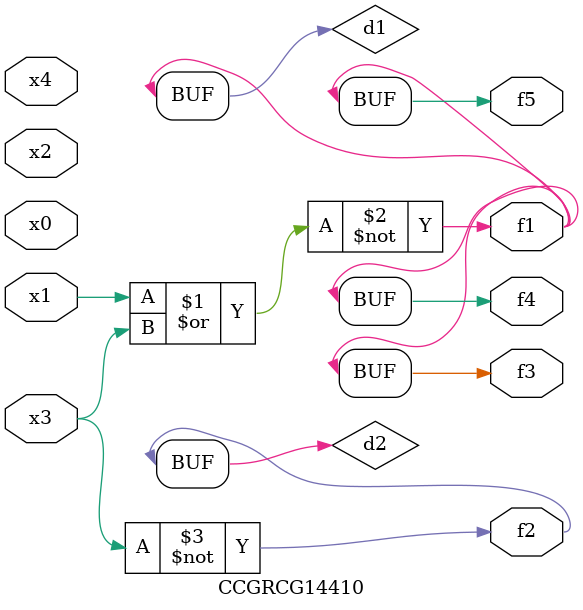
<source format=v>
module CCGRCG14410(
	input x0, x1, x2, x3, x4,
	output f1, f2, f3, f4, f5
);

	wire d1, d2;

	nor (d1, x1, x3);
	not (d2, x3);
	assign f1 = d1;
	assign f2 = d2;
	assign f3 = d1;
	assign f4 = d1;
	assign f5 = d1;
endmodule

</source>
